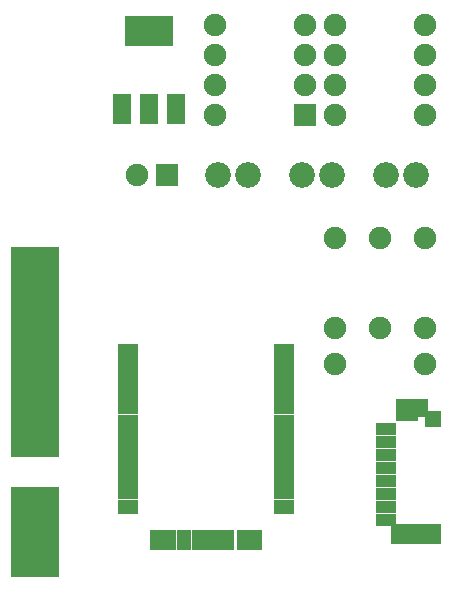
<source format=gts>
G04 (created by PCBNEW-RS274X (2011-nov-30)-testing) date Fri 09 Dec 2011 12:36:33 PM CST*
G01*
G70*
G90*
%MOIN*%
G04 Gerber Fmt 3.4, Leading zero omitted, Abs format*
%FSLAX34Y34*%
G04 APERTURE LIST*
%ADD10C,0.006000*%
%ADD11C,0.075000*%
%ADD12R,0.164000X0.100000*%
%ADD13R,0.060000X0.100000*%
%ADD14C,0.086000*%
%ADD15R,0.075000X0.075000*%
%ADD16R,0.071200X0.051500*%
%ADD17R,0.051500X0.071200*%
%ADD18R,0.160000X0.100000*%
%ADD19R,0.069200X0.043600*%
%ADD20R,0.169200X0.067200*%
%ADD21R,0.075100X0.077100*%
%ADD22R,0.043600X0.059400*%
%ADD23R,0.053500X0.057400*%
G04 APERTURE END LIST*
G54D10*
G54D11*
X10800Y-01300D03*
X13800Y-01300D03*
G54D12*
X04600Y-01500D03*
G54D13*
X04600Y-04100D03*
X05500Y-04100D03*
X03700Y-04100D03*
G54D11*
X10800Y-04300D03*
X13800Y-04300D03*
X13800Y-08400D03*
X13800Y-11400D03*
X12300Y-08400D03*
X12300Y-11400D03*
X10800Y-08400D03*
X10800Y-11400D03*
X10800Y-02300D03*
X13800Y-02300D03*
X10800Y-03300D03*
X13800Y-03300D03*
X13800Y-12600D03*
X10800Y-12600D03*
G54D14*
X13500Y-06300D03*
X12500Y-06300D03*
X10700Y-06300D03*
X09700Y-06300D03*
X07900Y-06300D03*
X06900Y-06300D03*
G54D15*
X09800Y-04300D03*
G54D11*
X09800Y-03300D03*
X09800Y-02300D03*
X09800Y-01300D03*
X06800Y-01300D03*
X06800Y-02300D03*
X06800Y-03300D03*
X06800Y-04300D03*
G54D15*
X05200Y-06300D03*
G54D11*
X04200Y-06300D03*
G54D16*
X03900Y-12160D03*
X03900Y-12632D03*
X03900Y-13105D03*
X03900Y-13577D03*
X03900Y-14050D03*
X03900Y-14522D03*
X03900Y-14995D03*
X03900Y-15467D03*
X03900Y-15940D03*
X03900Y-16412D03*
X03900Y-16884D03*
X03900Y-17357D03*
X09097Y-17357D03*
X09097Y-16884D03*
X09097Y-16412D03*
X09097Y-15940D03*
X09097Y-15467D03*
X09097Y-14995D03*
X09097Y-14522D03*
X09097Y-14050D03*
X09097Y-13577D03*
X09097Y-13105D03*
X09097Y-12632D03*
X09097Y-12160D03*
G54D17*
X08152Y-18459D03*
X07758Y-18459D03*
X07207Y-18459D03*
X06735Y-18459D03*
X06262Y-18459D03*
X05790Y-18459D03*
X05278Y-18459D03*
X04884Y-18459D03*
G54D18*
X00800Y-09200D03*
X00800Y-10200D03*
X00800Y-11200D03*
X00800Y-12200D03*
X00800Y-13200D03*
X00800Y-14200D03*
X00800Y-15200D03*
X00800Y-17200D03*
X00800Y-18200D03*
X00800Y-19200D03*
G54D19*
X12522Y-14784D03*
X12522Y-15217D03*
X12522Y-15650D03*
X12522Y-16083D03*
X12522Y-16517D03*
X12522Y-16950D03*
X12522Y-17383D03*
X12522Y-17816D03*
G54D20*
X13498Y-18269D03*
G54D21*
X13201Y-14144D03*
G54D22*
X13693Y-14056D03*
G54D23*
X14077Y-14420D03*
M02*

</source>
